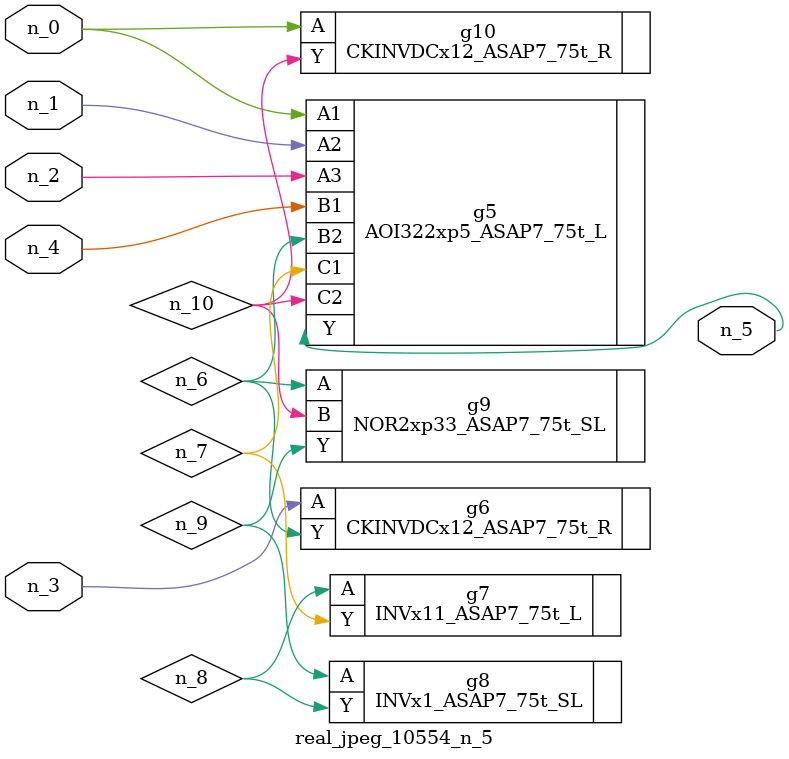
<source format=v>
module real_jpeg_10554_n_5 (n_4, n_0, n_1, n_2, n_3, n_5);

input n_4;
input n_0;
input n_1;
input n_2;
input n_3;

output n_5;

wire n_8;
wire n_6;
wire n_7;
wire n_10;
wire n_9;

AOI322xp5_ASAP7_75t_L g5 ( 
.A1(n_0),
.A2(n_1),
.A3(n_2),
.B1(n_4),
.B2(n_6),
.C1(n_7),
.C2(n_10),
.Y(n_5)
);

CKINVDCx12_ASAP7_75t_R g10 ( 
.A(n_0),
.Y(n_10)
);

CKINVDCx12_ASAP7_75t_R g6 ( 
.A(n_3),
.Y(n_6)
);

NOR2xp33_ASAP7_75t_SL g9 ( 
.A(n_6),
.B(n_10),
.Y(n_9)
);

INVx11_ASAP7_75t_L g7 ( 
.A(n_8),
.Y(n_7)
);

INVx1_ASAP7_75t_SL g8 ( 
.A(n_9),
.Y(n_8)
);


endmodule
</source>
